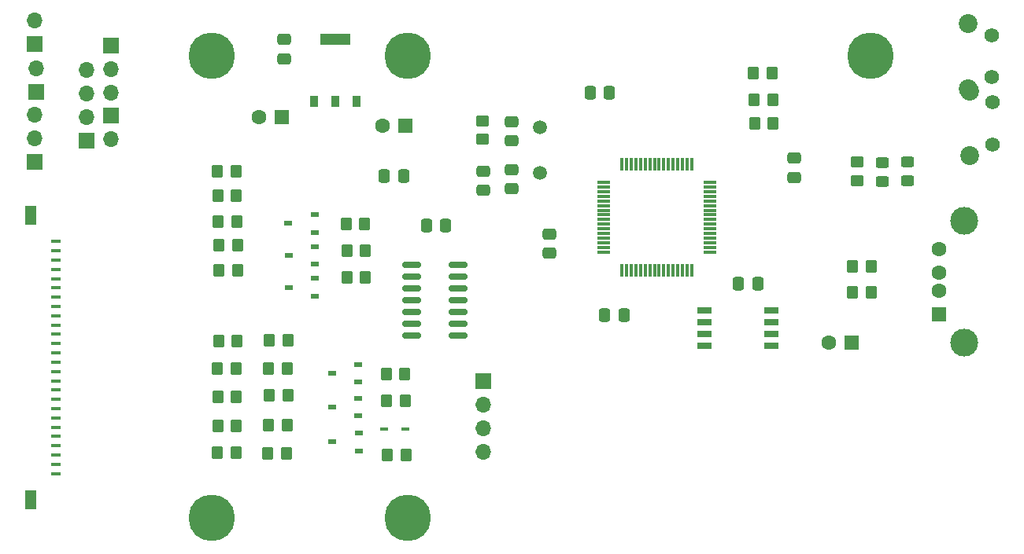
<source format=gbr>
%TF.GenerationSoftware,KiCad,Pcbnew,9.0.5*%
%TF.CreationDate,2025-10-22T22:52:51+01:00*%
%TF.ProjectId,Gotek,476f7465-6b2e-46b6-9963-61645f706362,rev?*%
%TF.SameCoordinates,Original*%
%TF.FileFunction,Soldermask,Top*%
%TF.FilePolarity,Negative*%
%FSLAX46Y46*%
G04 Gerber Fmt 4.6, Leading zero omitted, Abs format (unit mm)*
G04 Created by KiCad (PCBNEW 9.0.5) date 2025-10-22 22:52:51*
%MOMM*%
%LPD*%
G01*
G04 APERTURE LIST*
G04 Aperture macros list*
%AMRoundRect*
0 Rectangle with rounded corners*
0 $1 Rounding radius*
0 $2 $3 $4 $5 $6 $7 $8 $9 X,Y pos of 4 corners*
0 Add a 4 corners polygon primitive as box body*
4,1,4,$2,$3,$4,$5,$6,$7,$8,$9,$2,$3,0*
0 Add four circle primitives for the rounded corners*
1,1,$1+$1,$2,$3*
1,1,$1+$1,$4,$5*
1,1,$1+$1,$6,$7*
1,1,$1+$1,$8,$9*
0 Add four rect primitives between the rounded corners*
20,1,$1+$1,$2,$3,$4,$5,0*
20,1,$1+$1,$4,$5,$6,$7,0*
20,1,$1+$1,$6,$7,$8,$9,0*
20,1,$1+$1,$8,$9,$2,$3,0*%
G04 Aperture macros list end*
%ADD10C,5.000000*%
%ADD11R,1.700000X1.700000*%
%ADD12O,1.700000X1.700000*%
%ADD13RoundRect,0.250000X-0.350000X-0.450000X0.350000X-0.450000X0.350000X0.450000X-0.350000X0.450000X0*%
%ADD14RoundRect,0.250000X-0.475000X0.337500X-0.475000X-0.337500X0.475000X-0.337500X0.475000X0.337500X0*%
%ADD15R,1.600000X1.600000*%
%ADD16C,1.600000*%
%ADD17C,1.575000*%
%ADD18C,2.025000*%
%ADD19R,0.900000X0.600000*%
%ADD20RoundRect,0.250000X0.450000X-0.325000X0.450000X0.325000X-0.450000X0.325000X-0.450000X-0.325000X0*%
%ADD21RoundRect,0.250000X-0.337500X-0.475000X0.337500X-0.475000X0.337500X0.475000X-0.337500X0.475000X0*%
%ADD22R,1.650000X0.700000*%
%ADD23R,1.500000X1.600000*%
%ADD24C,3.000000*%
%ADD25R,0.820000X0.420000*%
%ADD26R,1.475000X0.300000*%
%ADD27R,0.300000X1.475000*%
%ADD28R,1.000000X0.400000*%
%ADD29R,1.300000X2.000000*%
%ADD30RoundRect,0.250000X0.337500X0.475000X-0.337500X0.475000X-0.337500X-0.475000X0.337500X-0.475000X0*%
%ADD31RoundRect,0.250000X-0.450000X0.350000X-0.450000X-0.350000X0.450000X-0.350000X0.450000X0.350000X0*%
%ADD32C,1.500000*%
%ADD33R,0.950000X1.300000*%
%ADD34R,3.250000X1.300000*%
%ADD35RoundRect,0.250000X0.350000X0.450000X-0.350000X0.450000X-0.350000X-0.450000X0.350000X-0.450000X0*%
%ADD36RoundRect,0.150000X-0.825000X-0.150000X0.825000X-0.150000X0.825000X0.150000X-0.825000X0.150000X0*%
G04 APERTURE END LIST*
D10*
%TO.C,H1*%
X118491000Y-60642500D03*
%TD*%
%TO.C,H2*%
X139573000Y-60642500D03*
%TD*%
%TO.C,H3*%
X118491000Y-110363000D03*
%TD*%
%TO.C,H4*%
X139573000Y-110363000D03*
%TD*%
%TO.C,H5*%
X189357000Y-60642500D03*
%TD*%
D11*
%TO.C,J10*%
X105038525Y-69713475D03*
D12*
X105038525Y-67173475D03*
X105038525Y-64633475D03*
X105038525Y-62093475D03*
%TD*%
D13*
%TO.C,RB1*%
X176755550Y-62506225D03*
X178755550Y-62506225D03*
%TD*%
D11*
%TO.C,J7*%
X147653375Y-95653700D03*
D12*
X147653375Y-98193700D03*
X147653375Y-100733700D03*
X147653375Y-103273700D03*
%TD*%
D13*
%TO.C,PU5*%
X119195975Y-91357450D03*
X121195975Y-91357450D03*
%TD*%
D14*
%TO.C,C4*%
X147659725Y-73025725D03*
X147659725Y-75100725D03*
%TD*%
D15*
%TO.C,C1*%
X187333138Y-91535250D03*
D16*
X184833138Y-91535250D03*
%TD*%
D17*
%TO.C,S4*%
X202485625Y-70133600D03*
X202485625Y-65633600D03*
D18*
X199985625Y-71383600D03*
X199985625Y-64383600D03*
%TD*%
D19*
%TO.C,Q5*%
X134226125Y-99390875D03*
X134226125Y-97490875D03*
X131426125Y-98440875D03*
%TD*%
D13*
%TO.C,RN4*%
X137337925Y-103641525D03*
X139337925Y-103641525D03*
%TD*%
D19*
%TO.C,Q6*%
X134226125Y-95761850D03*
X134226125Y-93861850D03*
X131426125Y-94811850D03*
%TD*%
D20*
%TO.C,L5*%
X190595250Y-74173550D03*
X190595250Y-72123550D03*
%TD*%
D21*
%TO.C,C20*%
X141561275Y-78879700D03*
X143636275Y-78879700D03*
%TD*%
D13*
%TO.C,RA1*%
X176860200Y-67922775D03*
X178860200Y-67922775D03*
%TD*%
D15*
%TO.C,C17*%
X139304913Y-68164075D03*
D16*
X136804913Y-68164075D03*
%TD*%
D13*
%TO.C,PU12*%
X119056275Y-103397050D03*
X121056275Y-103397050D03*
%TD*%
D21*
%TO.C,C6*%
X159165925Y-64573150D03*
X161240925Y-64573150D03*
%TD*%
D17*
%TO.C,S3*%
X202345925Y-62915800D03*
X202345925Y-58415800D03*
D18*
X199845925Y-64165800D03*
X199845925Y-57165800D03*
%TD*%
D13*
%TO.C,PU13*%
X124498225Y-103431975D03*
X126498225Y-103431975D03*
%TD*%
%TO.C,PU2*%
X119164225Y-78432025D03*
X121164225Y-78432025D03*
%TD*%
%TO.C,PU11*%
X119126125Y-100466525D03*
X121126125Y-100466525D03*
%TD*%
D19*
%TO.C,Q3*%
X129523775Y-86497200D03*
X129523775Y-84597200D03*
X126723775Y-85547200D03*
%TD*%
D11*
%TO.C,JD1*%
X99568000Y-64465200D03*
D12*
X99568000Y-61925200D03*
%TD*%
D13*
%TO.C,PU9*%
X119126125Y-97326450D03*
X121126125Y-97326450D03*
%TD*%
D19*
%TO.C,Q4*%
X134261050Y-103159600D03*
X134261050Y-101259600D03*
X131461050Y-102209600D03*
%TD*%
D13*
%TO.C,RN2*%
X133016750Y-81600675D03*
X135016750Y-81600675D03*
%TD*%
%TO.C,PU8*%
X124637925Y-97221675D03*
X126637925Y-97221675D03*
%TD*%
D21*
%TO.C,C18*%
X137027375Y-73539350D03*
X139102375Y-73539350D03*
%TD*%
D11*
%TO.C,MO1*%
X99456875Y-72002650D03*
D12*
X99456875Y-69462650D03*
X99456875Y-66922650D03*
%TD*%
D14*
%TO.C,C5*%
X150764875Y-72851100D03*
X150764875Y-74926100D03*
%TD*%
D22*
%TO.C,U8*%
X171469500Y-88026875D03*
X171469500Y-89296875D03*
X171469500Y-90566875D03*
X171469500Y-91836875D03*
X178669500Y-91836875D03*
X178669500Y-90566875D03*
X178669500Y-89296875D03*
X178669500Y-88026875D03*
%TD*%
D11*
%TO.C,J3*%
X107664250Y-59467750D03*
D12*
X107664250Y-62007750D03*
X107664250Y-64547750D03*
%TD*%
D13*
%TO.C,RN1*%
X132934075Y-78705075D03*
X134934075Y-78705075D03*
%TD*%
D23*
%TO.C,P3*%
X196706525Y-88456650D03*
D16*
X196706525Y-85956650D03*
X196706525Y-83956650D03*
X196706525Y-81456650D03*
D24*
X199416525Y-91526650D03*
X199416525Y-78386650D03*
%TD*%
D19*
%TO.C,Q2*%
X129552525Y-83042800D03*
X129552525Y-81142800D03*
X126752525Y-82092800D03*
%TD*%
D25*
%TO.C,DID1*%
X139313300Y-100812600D03*
X137013300Y-100812600D03*
%TD*%
D13*
%TO.C,RN3*%
X133016750Y-84461350D03*
X135016750Y-84461350D03*
%TD*%
%TO.C,RN5*%
X137303000Y-97742375D03*
X139303000Y-97742375D03*
%TD*%
D14*
%TO.C,C3*%
X150729950Y-67688550D03*
X150729950Y-69763550D03*
%TD*%
D26*
%TO.C,U3*%
X160606600Y-74250225D03*
X160606600Y-74750225D03*
X160606600Y-75250225D03*
X160606600Y-75750225D03*
X160606600Y-76250225D03*
X160606600Y-76750225D03*
X160606600Y-77250225D03*
X160606600Y-77750225D03*
X160606600Y-78250225D03*
X160606600Y-78750225D03*
X160606600Y-79250225D03*
X160606600Y-79750225D03*
X160606600Y-80250225D03*
X160606600Y-80750225D03*
X160606600Y-81250225D03*
X160606600Y-81750225D03*
D27*
X162594600Y-83738225D03*
X163094600Y-83738225D03*
X163594600Y-83738225D03*
X164094600Y-83738225D03*
X164594600Y-83738225D03*
X165094600Y-83738225D03*
X165594600Y-83738225D03*
X166094600Y-83738225D03*
X166594600Y-83738225D03*
X167094600Y-83738225D03*
X167594600Y-83738225D03*
X168094600Y-83738225D03*
X168594600Y-83738225D03*
X169094600Y-83738225D03*
X169594600Y-83738225D03*
X170094600Y-83738225D03*
D26*
X172082600Y-81750225D03*
X172082600Y-81250225D03*
X172082600Y-80750225D03*
X172082600Y-80250225D03*
X172082600Y-79750225D03*
X172082600Y-79250225D03*
X172082600Y-78750225D03*
X172082600Y-78250225D03*
X172082600Y-77750225D03*
X172082600Y-77250225D03*
X172082600Y-76750225D03*
X172082600Y-76250225D03*
X172082600Y-75750225D03*
X172082600Y-75250225D03*
X172082600Y-74750225D03*
X172082600Y-74250225D03*
D27*
X170094600Y-72262225D03*
X169594600Y-72262225D03*
X169094600Y-72262225D03*
X168594600Y-72262225D03*
X168094600Y-72262225D03*
X167594600Y-72262225D03*
X167094600Y-72262225D03*
X166594600Y-72262225D03*
X166094600Y-72262225D03*
X165594600Y-72262225D03*
X165094600Y-72262225D03*
X164594600Y-72262225D03*
X164094600Y-72262225D03*
X163594600Y-72262225D03*
X163094600Y-72262225D03*
X162594600Y-72262225D03*
%TD*%
D13*
%TO.C,PU1*%
X119129300Y-75638025D03*
X121129300Y-75638025D03*
%TD*%
D11*
%TO.C,JE1*%
X99456875Y-59356625D03*
D12*
X99456875Y-56816625D03*
%TD*%
D28*
%TO.C,P1*%
X101666675Y-80618051D03*
X101666675Y-81618051D03*
X101666675Y-82618052D03*
X101666675Y-83618050D03*
X101666675Y-84618050D03*
X101666675Y-85618051D03*
X101666675Y-86618051D03*
X101666675Y-87618049D03*
X101666675Y-88618050D03*
X101666675Y-89618050D03*
X101666675Y-90618051D03*
X101666675Y-91618051D03*
X101666675Y-92618049D03*
X101666675Y-93618050D03*
X101666675Y-94618051D03*
X101666675Y-95618051D03*
X101666675Y-96618052D03*
X101666675Y-97618050D03*
X101666675Y-98618050D03*
X101666675Y-99618051D03*
X101666675Y-100618051D03*
X101666675Y-101618052D03*
X101666675Y-102618050D03*
X101666675Y-103618050D03*
X101666675Y-104618051D03*
X101666675Y-105618051D03*
D29*
X98966676Y-77818076D03*
X98966676Y-108418026D03*
%TD*%
D14*
%TO.C,C23*%
X126253875Y-58846900D03*
X126253875Y-60921900D03*
%TD*%
D13*
%TO.C,PU6*%
X124555250Y-94322900D03*
X126555250Y-94322900D03*
%TD*%
%TO.C,RN6*%
X137233150Y-94916625D03*
X139233150Y-94916625D03*
%TD*%
%TO.C,R2*%
X187375925Y-86077425D03*
X189375925Y-86077425D03*
%TD*%
D30*
%TO.C,C8*%
X162797400Y-88576150D03*
X160722400Y-88576150D03*
%TD*%
D31*
%TO.C,R10*%
X147589875Y-67621275D03*
X147589875Y-69621275D03*
%TD*%
D13*
%TO.C,RC1*%
X176809525Y-65354200D03*
X178809525Y-65354200D03*
%TD*%
D32*
%TO.C,Y1*%
X153800175Y-73233450D03*
X153800175Y-68333450D03*
%TD*%
D11*
%TO.C,J4*%
X107607100Y-67016075D03*
D12*
X107607100Y-69556075D03*
%TD*%
D33*
%TO.C,U4*%
X129434400Y-65554600D03*
X131724400Y-65554600D03*
X134014400Y-65554600D03*
D34*
X131724400Y-58854600D03*
%TD*%
D13*
%TO.C,PU10*%
X124603000Y-100396675D03*
X126603000Y-100396675D03*
%TD*%
D35*
%TO.C,RN13*%
X121059450Y-73091675D03*
X119059450Y-73091675D03*
%TD*%
D19*
%TO.C,Q1*%
X129517600Y-79623325D03*
X129517600Y-77723325D03*
X126717600Y-78673325D03*
%TD*%
D20*
%TO.C,L4*%
X193328925Y-74084925D03*
X193328925Y-72034925D03*
%TD*%
D13*
%TO.C,PU14*%
X119269000Y-83734275D03*
X121269000Y-83734275D03*
%TD*%
D36*
%TO.C,U1*%
X139984075Y-83127850D03*
X139984075Y-84397850D03*
X139984075Y-85667850D03*
X139984075Y-86937850D03*
X139984075Y-88207850D03*
X139984075Y-89477850D03*
X139984075Y-90747850D03*
X144934075Y-90747850D03*
X144934075Y-89477850D03*
X144934075Y-88207850D03*
X144934075Y-86937850D03*
X144934075Y-85667850D03*
X144934075Y-84397850D03*
X144934075Y-83127850D03*
%TD*%
D13*
%TO.C,R1*%
X187417200Y-83331050D03*
X189417200Y-83331050D03*
%TD*%
D31*
%TO.C,R21*%
X187915550Y-72059925D03*
X187915550Y-74059925D03*
%TD*%
D14*
%TO.C,C9*%
X154774900Y-79794825D03*
X154774900Y-81869825D03*
%TD*%
D35*
%TO.C,PU4*%
X126637925Y-91287600D03*
X124637925Y-91287600D03*
%TD*%
D14*
%TO.C,C7*%
X181105175Y-71628725D03*
X181105175Y-73703725D03*
%TD*%
D15*
%TO.C,C19*%
X126017025Y-67227450D03*
D16*
X123517025Y-67227450D03*
%TD*%
D13*
%TO.C,PU3*%
X119269000Y-80978375D03*
X121269000Y-80978375D03*
%TD*%
%TO.C,PU7*%
X119091200Y-94322900D03*
X121091200Y-94322900D03*
%TD*%
D21*
%TO.C,C16*%
X175146425Y-85185250D03*
X177221425Y-85185250D03*
%TD*%
M02*

</source>
